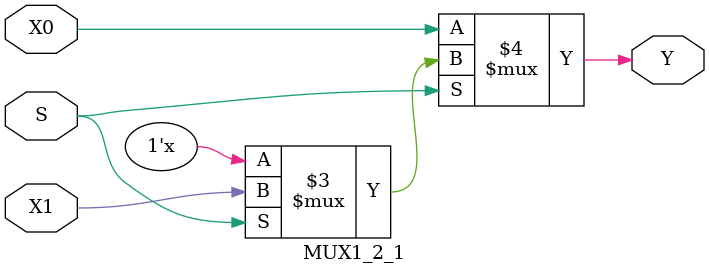
<source format=v>
`timescale 1ns / 1ps
module MUX1_2_1(X1,X0,S,Y
    );
	 input X1,X0;
	 input S;
	 output Y;
	 assign Y=(S==1'b0)?X0:(S==1'b1)?X1:1'bz;
endmodule

</source>
